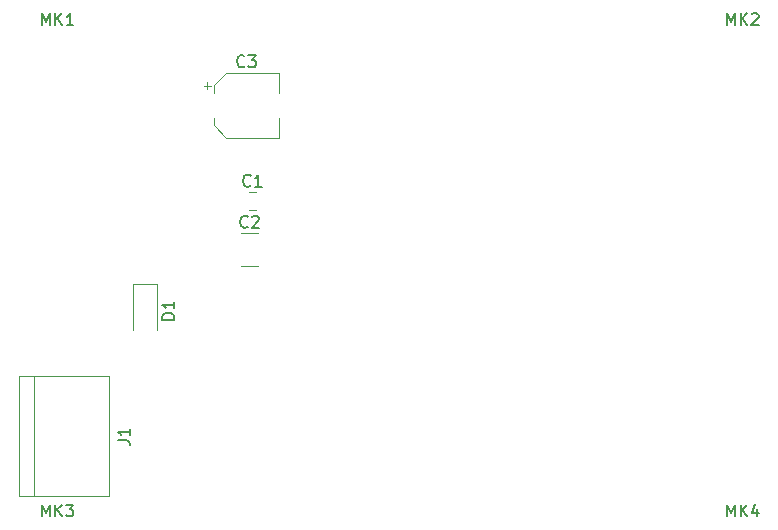
<source format=gto>
G04 #@! TF.GenerationSoftware,KiCad,Pcbnew,(6.0.0)*
G04 #@! TF.CreationDate,2022-03-05T21:14:05+01:00*
G04 #@! TF.ProjectId,OpenTesterRpi3PSUBoardmk2,4f70656e-5465-4737-9465-725270693350,rev?*
G04 #@! TF.SameCoordinates,PXbebc200PY8f0d180*
G04 #@! TF.FileFunction,Legend,Top*
G04 #@! TF.FilePolarity,Positive*
%FSLAX46Y46*%
G04 Gerber Fmt 4.6, Leading zero omitted, Abs format (unit mm)*
G04 Created by KiCad (PCBNEW (6.0.0)) date 2022-03-05 21:14:05*
%MOMM*%
%LPD*%
G01*
G04 APERTURE LIST*
%ADD10C,0.150000*%
%ADD11C,0.120000*%
G04 APERTURE END LIST*
D10*
X2190476Y48347620D02*
X2190476Y49347620D01*
X2523809Y48633334D01*
X2857142Y49347620D01*
X2857142Y48347620D01*
X3333333Y48347620D02*
X3333333Y49347620D01*
X3904761Y48347620D02*
X3476190Y48919048D01*
X3904761Y49347620D02*
X3333333Y48776191D01*
X4857142Y48347620D02*
X4285714Y48347620D01*
X4571428Y48347620D02*
X4571428Y49347620D01*
X4476190Y49204762D01*
X4380952Y49109524D01*
X4285714Y49061905D01*
X60190476Y48347620D02*
X60190476Y49347620D01*
X60523809Y48633334D01*
X60857142Y49347620D01*
X60857142Y48347620D01*
X61333333Y48347620D02*
X61333333Y49347620D01*
X61904761Y48347620D02*
X61476190Y48919048D01*
X61904761Y49347620D02*
X61333333Y48776191D01*
X62285714Y49252381D02*
X62333333Y49300000D01*
X62428571Y49347620D01*
X62666666Y49347620D01*
X62761904Y49300000D01*
X62809523Y49252381D01*
X62857142Y49157143D01*
X62857142Y49061905D01*
X62809523Y48919048D01*
X62238095Y48347620D01*
X62857142Y48347620D01*
X2190476Y6747620D02*
X2190476Y7747620D01*
X2523809Y7033334D01*
X2857142Y7747620D01*
X2857142Y6747620D01*
X3333333Y6747620D02*
X3333333Y7747620D01*
X3904761Y6747620D02*
X3476190Y7319048D01*
X3904761Y7747620D02*
X3333333Y7176191D01*
X4238095Y7747620D02*
X4857142Y7747620D01*
X4523809Y7366667D01*
X4666666Y7366667D01*
X4761904Y7319048D01*
X4809523Y7271429D01*
X4857142Y7176191D01*
X4857142Y6938096D01*
X4809523Y6842858D01*
X4761904Y6795239D01*
X4666666Y6747620D01*
X4380952Y6747620D01*
X4285714Y6795239D01*
X4238095Y6842858D01*
X60190476Y6747620D02*
X60190476Y7747620D01*
X60523809Y7033334D01*
X60857142Y7747620D01*
X60857142Y6747620D01*
X61333333Y6747620D02*
X61333333Y7747620D01*
X61904761Y6747620D02*
X61476190Y7319048D01*
X61904761Y7747620D02*
X61333333Y7176191D01*
X62761904Y7414286D02*
X62761904Y6747620D01*
X62523809Y7795239D02*
X62285714Y7080953D01*
X62904761Y7080953D01*
X19595833Y31292858D02*
X19548214Y31245239D01*
X19405357Y31197620D01*
X19310119Y31197620D01*
X19167261Y31245239D01*
X19072023Y31340477D01*
X19024404Y31435715D01*
X18976785Y31626191D01*
X18976785Y31769048D01*
X19024404Y31959524D01*
X19072023Y32054762D01*
X19167261Y32150000D01*
X19310119Y32197620D01*
X19405357Y32197620D01*
X19548214Y32150000D01*
X19595833Y32102381D01*
X19976785Y32102381D02*
X20024404Y32150000D01*
X20119642Y32197620D01*
X20357738Y32197620D01*
X20452976Y32150000D01*
X20500595Y32102381D01*
X20548214Y32007143D01*
X20548214Y31911905D01*
X20500595Y31769048D01*
X19929166Y31197620D01*
X20548214Y31197620D01*
X8607380Y13191667D02*
X9321666Y13191667D01*
X9464523Y13144048D01*
X9559761Y13048810D01*
X9607380Y12905953D01*
X9607380Y12810715D01*
X9607380Y14191667D02*
X9607380Y13620239D01*
X9607380Y13905953D02*
X8607380Y13905953D01*
X8750238Y13810715D01*
X8845476Y13715477D01*
X8893095Y13620239D01*
X13377380Y23411905D02*
X12377380Y23411905D01*
X12377380Y23650000D01*
X12425000Y23792858D01*
X12520238Y23888096D01*
X12615476Y23935715D01*
X12805952Y23983334D01*
X12948809Y23983334D01*
X13139285Y23935715D01*
X13234523Y23888096D01*
X13329761Y23792858D01*
X13377380Y23650000D01*
X13377380Y23411905D01*
X13377380Y24935715D02*
X13377380Y24364286D01*
X13377380Y24650000D02*
X12377380Y24650000D01*
X12520238Y24554762D01*
X12615476Y24459524D01*
X12663095Y24364286D01*
X19845833Y34772858D02*
X19798214Y34725239D01*
X19655357Y34677620D01*
X19560119Y34677620D01*
X19417261Y34725239D01*
X19322023Y34820477D01*
X19274404Y34915715D01*
X19226785Y35106191D01*
X19226785Y35249048D01*
X19274404Y35439524D01*
X19322023Y35534762D01*
X19417261Y35630000D01*
X19560119Y35677620D01*
X19655357Y35677620D01*
X19798214Y35630000D01*
X19845833Y35582381D01*
X20798214Y34677620D02*
X20226785Y34677620D01*
X20512500Y34677620D02*
X20512500Y35677620D01*
X20417261Y35534762D01*
X20322023Y35439524D01*
X20226785Y35391905D01*
X19333333Y44892858D02*
X19285714Y44845239D01*
X19142857Y44797620D01*
X19047619Y44797620D01*
X18904761Y44845239D01*
X18809523Y44940477D01*
X18761904Y45035715D01*
X18714285Y45226191D01*
X18714285Y45369048D01*
X18761904Y45559524D01*
X18809523Y45654762D01*
X18904761Y45750000D01*
X19047619Y45797620D01*
X19142857Y45797620D01*
X19285714Y45750000D01*
X19333333Y45702381D01*
X19666666Y45797620D02*
X20285714Y45797620D01*
X19952380Y45416667D01*
X20095238Y45416667D01*
X20190476Y45369048D01*
X20238095Y45321429D01*
X20285714Y45226191D01*
X20285714Y44988096D01*
X20238095Y44892858D01*
X20190476Y44845239D01*
X20095238Y44797620D01*
X19809523Y44797620D01*
X19714285Y44845239D01*
X19666666Y44892858D01*
D11*
X19051248Y30710000D02*
X20473752Y30710000D01*
X19051248Y27990000D02*
X20473752Y27990000D01*
X7885000Y18605000D02*
X265000Y18605000D01*
X265000Y18605000D02*
X265000Y8445000D01*
X1535000Y8445000D02*
X1535000Y18605000D01*
X265000Y8445000D02*
X7885000Y8445000D01*
X7885000Y8445000D02*
X7885000Y18605000D01*
X11925000Y26400000D02*
X9925000Y26400000D01*
X9925000Y26400000D02*
X9925000Y22500000D01*
X11925000Y26400000D02*
X11925000Y22500000D01*
X19751248Y32715000D02*
X20273752Y32715000D01*
X19751248Y34185000D02*
X20273752Y34185000D01*
X16740000Y39854437D02*
X16740000Y40490000D01*
X17804437Y38790000D02*
X22260000Y38790000D01*
X16740000Y43245563D02*
X17804437Y44310000D01*
X17804437Y44310000D02*
X22260000Y44310000D01*
X16740000Y39854437D02*
X17804437Y38790000D01*
X15875000Y43235000D02*
X16500000Y43235000D01*
X22260000Y38790000D02*
X22260000Y40490000D01*
X16740000Y43245563D02*
X16740000Y42610000D01*
X16187500Y43547500D02*
X16187500Y42922500D01*
X22260000Y44310000D02*
X22260000Y42610000D01*
M02*

</source>
